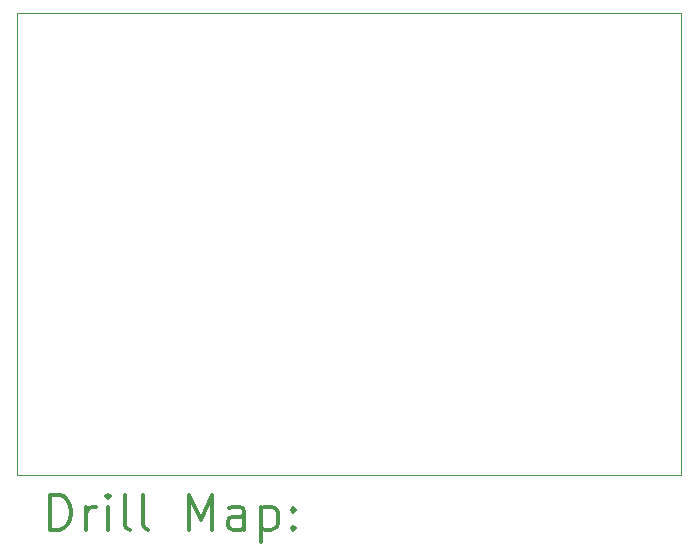
<source format=gbr>
%FSLAX45Y45*%
G04 Gerber Fmt 4.5, Leading zero omitted, Abs format (unit mm)*
G04 Created by KiCad (PCBNEW (5.1.10-1-10_14)) date 2021-11-11 19:57:23*
%MOMM*%
%LPD*%
G01*
G04 APERTURE LIST*
%TA.AperFunction,Profile*%
%ADD10C,0.050000*%
%TD*%
%ADD11C,0.200000*%
%ADD12C,0.300000*%
G04 APERTURE END LIST*
D10*
X7315200Y-14620240D02*
X12934950Y-14620240D01*
X7315200Y-10712450D02*
X12934950Y-10712450D01*
X7315200Y-14620240D02*
X7315200Y-10712450D01*
X12934950Y-10712450D02*
X12934950Y-14620240D01*
D11*
D12*
X7599128Y-15088454D02*
X7599128Y-14788454D01*
X7670557Y-14788454D01*
X7713414Y-14802740D01*
X7741986Y-14831311D01*
X7756271Y-14859883D01*
X7770557Y-14917026D01*
X7770557Y-14959883D01*
X7756271Y-15017026D01*
X7741986Y-15045597D01*
X7713414Y-15074169D01*
X7670557Y-15088454D01*
X7599128Y-15088454D01*
X7899128Y-15088454D02*
X7899128Y-14888454D01*
X7899128Y-14945597D02*
X7913414Y-14917026D01*
X7927700Y-14902740D01*
X7956271Y-14888454D01*
X7984843Y-14888454D01*
X8084843Y-15088454D02*
X8084843Y-14888454D01*
X8084843Y-14788454D02*
X8070557Y-14802740D01*
X8084843Y-14817026D01*
X8099128Y-14802740D01*
X8084843Y-14788454D01*
X8084843Y-14817026D01*
X8270557Y-15088454D02*
X8241986Y-15074169D01*
X8227700Y-15045597D01*
X8227700Y-14788454D01*
X8427700Y-15088454D02*
X8399128Y-15074169D01*
X8384843Y-15045597D01*
X8384843Y-14788454D01*
X8770557Y-15088454D02*
X8770557Y-14788454D01*
X8870557Y-15002740D01*
X8970557Y-14788454D01*
X8970557Y-15088454D01*
X9241986Y-15088454D02*
X9241986Y-14931311D01*
X9227700Y-14902740D01*
X9199128Y-14888454D01*
X9141986Y-14888454D01*
X9113414Y-14902740D01*
X9241986Y-15074169D02*
X9213414Y-15088454D01*
X9141986Y-15088454D01*
X9113414Y-15074169D01*
X9099128Y-15045597D01*
X9099128Y-15017026D01*
X9113414Y-14988454D01*
X9141986Y-14974169D01*
X9213414Y-14974169D01*
X9241986Y-14959883D01*
X9384843Y-14888454D02*
X9384843Y-15188454D01*
X9384843Y-14902740D02*
X9413414Y-14888454D01*
X9470557Y-14888454D01*
X9499128Y-14902740D01*
X9513414Y-14917026D01*
X9527700Y-14945597D01*
X9527700Y-15031311D01*
X9513414Y-15059883D01*
X9499128Y-15074169D01*
X9470557Y-15088454D01*
X9413414Y-15088454D01*
X9384843Y-15074169D01*
X9656271Y-15059883D02*
X9670557Y-15074169D01*
X9656271Y-15088454D01*
X9641986Y-15074169D01*
X9656271Y-15059883D01*
X9656271Y-15088454D01*
X9656271Y-14902740D02*
X9670557Y-14917026D01*
X9656271Y-14931311D01*
X9641986Y-14917026D01*
X9656271Y-14902740D01*
X9656271Y-14931311D01*
M02*

</source>
